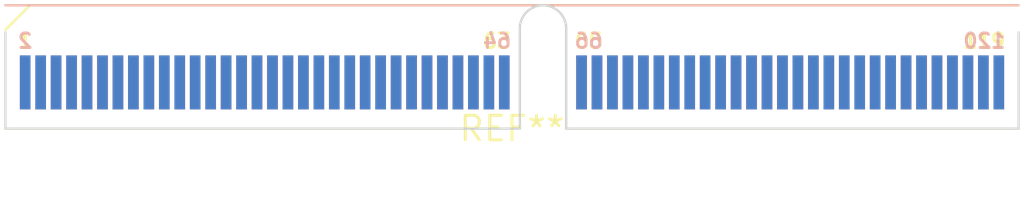
<source format=kicad_pcb>
(kicad_pcb (version 20240108) (generator pcbnew)
  (layers (0 "F.Cu" signal) (31 "B.Cu" signal) (34 "B.Paste" user) (35 "F.Paste" user) (36 "B.SilkS" user "B.Silkscreen") (37 "F.SilkS" user "F.Silkscreen") (38 "B.Mask" user) (39 "F.Mask" user) (44 "Edge.Cuts" user))
  (net 0 "")
  (footprint "Samtec_HSEC8-160-X-X-DV_2x60_P0.8mm_Edge" (layer "F.Cu") (at 0 0)
    (property "Reference" "REF**")
    (property "Value" "Samtec_HSEC8-160-X-X-DV_2x60_P0.8mm_Edge")
    (fp_line (start -26.225 -6.4) (end -26.225 -6.4) (layer "B.SilkS") (stroke (width 0.12)))
    (fp_line (start -26.225 -6.4) (end 26.225 -6.4) (layer "B.SilkS") (stroke (width 0.12)))
    (fp_line (start -26.225 -5.13) (end -24.955 -6.4) (layer "F.SilkS") (stroke (width 0.12)))
    (fp_line (start -24.955 -6.4) (end 26.225 -6.4) (layer "F.SilkS") (stroke (width 0.12)))
    (fp_line (start -26.225 -5) (end -26.225 0) (layer "Edge.Cuts") (stroke (width 0.12)))
    (fp_line (start -26.225 0) (end 0.405 0) (layer "Edge.Cuts") (stroke (width 0.12)))
    (fp_line (start 0.405 0) (end 0.405 -5.2) (layer "Edge.Cuts") (stroke (width 0.12)))
    (fp_line (start 2.805 -5.2) (end 2.805 0) (layer "Edge.Cuts") (stroke (width 0.12)))
    (fp_line (start 2.805 0) (end 26.225 0) (layer "Edge.Cuts") (stroke (width 0.12)))
    (fp_line (start 26.225 0) (end 26.225 -5) (layer "Edge.Cuts") (stroke (width 0.12)))
    (fp_arc (start 0.405 -5.2) (mid 1.605 -6.4) (end 2.805 -5.2) (layer "Edge.Cuts") (stroke (width 0.12)))
    (fp_text user "120" (at 24.45 -4.55 0) (layer "B.SilkS") (effects (font (size 0.75 0.75)) (justify mirror)))
    (fp_text user "2" (at -25.2 -4.55 0) (layer "B.SilkS") (effects (font (size 0.75 0.75)) (justify mirror)))
    (fp_text user "66" (at 3.975 -4.55 0) (layer "B.SilkS") (effects (font (size 0.75 0.75)) (justify mirror)))
    (fp_text user "64" (at -0.775 -4.55 0) (layer "B.SilkS") (effects (font (size 0.75 0.75)) (justify mirror)))
    (fp_text user "1" (at -25.2 -4.55 0) (layer "F.SilkS") (effects (font (size 0.75 0.75))))
    (fp_text user "119" (at 24.45 -4.55 0) (layer "F.SilkS") (effects (font (size 0.75 0.75))))
    (fp_text user "63" (at -0.775 -4.55 0) (layer "F.SilkS") (effects (font (size 0.75 0.75))))
    (fp_text user "65" (at 3.975 -4.55 0) (layer "F.SilkS") (effects (font (size 0.75 0.75))))
    (pad "1" connect rect (at -25.2 -2.4) (size 0.55 2.8) (layers "F.Cu" "F.Mask"))
    (pad "2" connect rect (at -25.2 -2.4) (size 0.55 2.8) (layers "B.Cu" "B.Mask"))
    (pad "3" connect rect (at -24.4 -2.4) (size 0.55 2.8) (layers "F.Cu" "F.Mask"))
    (pad "4" connect rect (at -24.4 -2.4) (size 0.55 2.8) (layers "B.Cu" "B.Mask"))
    (pad "5" connect rect (at -23.6 -2.4) (size 0.55 2.8) (layers "F.Cu" "F.Mask"))
    (pad "6" connect rect (at -23.6 -2.4) (size 0.55 2.8) (layers "B.Cu" "B.Mask"))
    (pad "7" connect rect (at -22.8 -2.4) (size 0.55 2.8) (layers "F.Cu" "F.Mask"))
    (pad "8" connect rect (at -22.8 -2.4) (size 0.55 2.8) (layers "B.Cu" "B.Mask"))
    (pad "9" connect rect (at -22 -2.4) (size 0.55 2.8) (layers "F.Cu" "F.Mask"))
    (pad "10" connect rect (at -22 -2.4) (size 0.55 2.8) (layers "B.Cu" "B.Mask"))
    (pad "11" connect rect (at -21.2 -2.4) (size 0.55 2.8) (layers "F.Cu" "F.Mask"))
    (pad "12" connect rect (at -21.2 -2.4) (size 0.55 2.8) (layers "B.Cu" "B.Mask"))
    (pad "13" connect rect (at -20.4 -2.4) (size 0.55 2.8) (layers "F.Cu" "F.Mask"))
    (pad "14" connect rect (at -20.4 -2.4) (size 0.55 2.8) (layers "B.Cu" "B.Mask"))
    (pad "15" connect rect (at -19.6 -2.4) (size 0.55 2.8) (layers "F.Cu" "F.Mask"))
    (pad "16" connect rect (at -19.6 -2.4) (size 0.55 2.8) (layers "B.Cu" "B.Mask"))
    (pad "17" connect rect (at -18.8 -2.4) (size 0.55 2.8) (layers "F.Cu" "F.Mask"))
    (pad "18" connect rect (at -18.8 -2.4) (size 0.55 2.8) (layers "B.Cu" "B.Mask"))
    (pad "19" connect rect (at -18 -2.4) (size 0.55 2.8) (layers "F.Cu" "F.Mask"))
    (pad "20" connect rect (at -18 -2.4) (size 0.55 2.8) (layers "B.Cu" "B.Mask"))
    (pad "21" connect rect (at -17.2 -2.4) (size 0.55 2.8) (layers "F.Cu" "F.Mask"))
    (pad "22" connect rect (at -17.2 -2.4) (size 0.55 2.8) (layers "B.Cu" "B.Mask"))
    (pad "23" connect rect (at -16.4 -2.4) (size 0.55 2.8) (layers "F.Cu" "F.Mask"))
    (pad "24" connect rect (at -16.4 -2.4) (size 0.55 2.8) (layers "B.Cu" "B.Mask"))
    (pad "25" connect rect (at -15.6 -2.4) (size 0.55 2.8) (layers "F.Cu" "F.Mask"))
    (pad "26" connect rect (at -15.6 -2.4) (size 0.55 2.8) (layers "B.Cu" "B.Mask"))
    (pad "27" connect rect (at -14.8 -2.4) (size 0.55 2.8) (layers "F.Cu" "F.Mask"))
    (pad "28" connect rect (at -14.8 -2.4) (size 0.55 2.8) (layers "B.Cu" "B.Mask"))
    (pad "29" connect rect (at -14 -2.4) (size 0.55 2.8) (layers "F.Cu" "F.Mask"))
    (pad "30" connect rect (at -14 -2.4) (size 0.55 2.8) (layers "B.Cu" "B.Mask"))
    (pad "31" connect rect (at -13.2 -2.4) (size 0.55 2.8) (layers "F.Cu" "F.Mask"))
    (pad "32" connect rect (at -13.2 -2.4) (size 0.55 2.8) (layers "B.Cu" "B.Mask"))
    (pad "33" connect rect (at -12.4 -2.4) (size 0.55 2.8) (layers "F.Cu" "F.Mask"))
    (pad "34" connect rect (at -12.4 -2.4) (size 0.55 2.8) (layers "B.Cu" "B.Mask"))
    (pad "35" connect rect (at -11.6 -2.4) (size 0.55 2.8) (layers "F.Cu" "F.Mask"))
    (pad "36" connect rect (at -11.6 -2.4) (size 0.55 2.8) (layers "B.Cu" "B.Mask"))
    (pad "37" connect rect (at -10.8 -2.4) (size 0.55 2.8) (layers "F.Cu" "F.Mask"))
    (pad "38" connect rect (at -10.8 -2.4) (size 0.55 2.8) (layers "B.Cu" "B.Mask"))
    (pad "39" connect rect (at -10 -2.4) (size 0.55 2.8) (layers "F.Cu" "F.Mask"))
    (pad "40" connect rect (at -10 -2.4) (size 0.55 2.8) (layers "B.Cu" "B.Mask"))
    (pad "41" connect rect (at -9.2 -2.4) (size 0.55 2.8) (layers "F.Cu" "F.Mask"))
    (pad "42" connect rect (at -9.2 -2.4) (size 0.55 2.8) (layers "B.Cu" "B.Mask"))
    (pad "43" connect rect (at -8.4 -2.4) (size 0.55 2.8) (layers "F.Cu" "F.Mask"))
    (pad "44" connect rect (at -8.4 -2.4) (size 0.55 2.8) (layers "B.Cu" "B.Mask"))
    (pad "45" connect rect (at -7.6 -2.4) (size 0.55 2.8) (layers "F.Cu" "F.Mask"))
    (pad "46" connect rect (at -7.6 -2.4) (size 0.55 2.8) (layers "B.Cu" "B.Mask"))
    (pad "47" connect rect (at -6.8 -2.4) (size 0.55 2.8) (layers "F.Cu" "F.Mask"))
    (pad "48" connect rect (at -6.8 -2.4) (size 0.55 2.8) (layers "B.Cu" "B.Mask"))
    (pad "49" connect rect (at -6 -2.4) (size 0.55 2.8) (layers "F.Cu" "F.Mask"))
    (pad "50" connect rect (at -6 -2.4) (size 0.55 2.8) (layers "B.Cu" "B.Mask"))
    (pad "51" connect rect (at -5.2 -2.4) (size 0.55 2.8) (layers "F.Cu" "F.Mask"))
    (pad "52" connect rect (at -5.2 -2.4) (size 0.55 2.8) (layers "B.Cu" "B.Mask"))
    (pad "53" connect rect (at -4.4 -2.4) (size 0.55 2.8) (layers "F.Cu" "F.Mask"))
    (pad "54" connect rect (at -4.4 -2.4) (size 0.55 2.8) (layers "B.Cu" "B.Mask"))
    (pad "55" connect rect (at -3.6 -2.4) (size 0.55 2.8) (layers "F.Cu" "F.Mask"))
    (pad "56" connect rect (at -3.6 -2.4) (size 0.55 2.8) (layers "B.Cu" "B.Mask"))
    (pad "57" connect rect (at -2.8 -2.4) (size 0.55 2.8) (layers "F.Cu" "F.Mask"))
    (pad "58" connect rect (at -2.8 -2.4) (size 0.55 2.8) (layers "B.Cu" "B.Mask"))
    (pad "59" connect rect (at -2 -2.4) (size 0.55 2.8) (layers "F.Cu" "F.Mask"))
    (pad "60" connect rect (at -2 -2.4) (size 0.55 2.8) (layers "B.Cu" "B.Mask"))
    (pad "61" connect rect (at -1.2 -2.4) (size 0.55 2.8) (layers "F.Cu" "F.Mask"))
    (pad "62" connect rect (at -1.2 -2.4) (size 0.55 2.8) (layers "B.Cu" "B.Mask"))
    (pad "63" connect rect (at -0.4 -2.4) (size 0.55 2.8) (layers "F.Cu" "F.Mask"))
    (pad "64" connect rect (at -0.4 -2.4) (size 0.55 2.8) (layers "B.Cu" "B.Mask"))
    (pad "65" connect rect (at 3.6 -2.4) (size 0.55 2.8) (layers "F.Cu" "F.Mask"))
    (pad "66" connect rect (at 3.6 -2.4) (size 0.55 2.8) (layers "B.Cu" "B.Mask"))
    (pad "67" connect rect (at 4.4 -2.4) (size 0.55 2.8) (layers "F.Cu" "F.Mask"))
    (pad "68" connect rect (at 4.4 -2.4) (size 0.55 2.8) (layers "B.Cu" "B.Mask"))
    (pad "69" connect rect (at 5.2 -2.4) (size 0.55 2.8) (layers "F.Cu" "F.Mask"))
    (pad "70" connect rect (at 5.2 -2.4) (size 0.55 2.8) (layers "B.Cu" "B.Mask"))
    (pad "71" connect rect (at 6 -2.4) (size 0.55 2.8) (layers "F.Cu" "F.Mask"))
    (pad "72" connect rect (at 6 -2.4) (size 0.55 2.8) (layers "B.Cu" "B.Mask"))
    (pad "73" connect rect (at 6.8 -2.4) (size 0.55 2.8) (layers "F.Cu" "F.Mask"))
    (pad "74" connect rect (at 6.8 -2.4) (size 0.55 2.8) (layers "B.Cu" "B.Mask"))
    (pad "75" connect rect (at 7.6 -2.4) (size 0.55 2.8) (layers "F.Cu" "F.Mask"))
    (pad "76" connect rect (at 7.6 -2.4) (size 0.55 2.8) (layers "B.Cu" "B.Mask"))
    (pad "77" connect rect (at 8.4 -2.4) (size 0.55 2.8) (layers "F.Cu" "F.Mask"))
    (pad "78" connect rect (at 8.4 -2.4) (size 0.55 2.8) (layers "B.Cu" "B.Mask"))
    (pad "79" connect rect (at 9.2 -2.4) (size 0.55 2.8) (layers "F.Cu" "F.Mask"))
    (pad "80" connect rect (at 9.2 -2.4) (size 0.55 2.8) (layers "B.Cu" "B.Mask"))
    (pad "81" connect rect (at 10 -2.4) (size 0.55 2.8) (layers "F.Cu" "F.Mask"))
    (pad "82" connect rect (at 10 -2.4) (size 0.55 2.8) (layers "B.Cu" "B.Mask"))
    (pad "83" connect rect (at 10.8 -2.4) (size 0.55 2.8) (layers "F.Cu" "F.Mask"))
    (pad "84" connect rect (at 10.8 -2.4) (size 0.55 2.8) (layers "B.Cu" "B.Mask"))
    (pad "85" connect rect (at 11.6 -2.4) (size 0.55 2.8) (layers "F.Cu" "F.Mask"))
    (pad "86" connect rect (at 11.6 -2.4) (size 0.55 2.8) (layers "B.Cu" "B.Mask"))
    (pad "87" connect rect (at 12.4 -2.4) (size 0.55 2.8) (layers "F.Cu" "F.Mask"))
    (pad "88" connect rect (at 12.4 -2.4) (size 0.55 2.8) (layers "B.Cu" "B.Mask"))
    (pad "89" connect rect (at 13.2 -2.4) (size 0.55 2.8) (layers "F.Cu" "F.Mask"))
    (pad "90" connect rect (at 13.2 -2.4) (size 0.55 2.8) (layers "B.Cu" "B.Mask"))
    (pad "91" connect rect (at 14 -2.4) (size 0.55 2.8) (layers "F.Cu" "F.Mask"))
    (pad "92" connect rect (at 14 -2.4) (size 0.55 2.8) (layers "B.Cu" "B.Mask"))
    (pad "93" connect rect (at 14.8 -2.4) (size 0.55 2.8) (layers "F.Cu" "F.Mask"))
    (pad "94" connect rect (at 14.8 -2.4) (size 0.55 2.8) (layers "B.Cu" "B.Mask"))
    (pad "95" connect rect (at 15.6 -2.4) (size 0.55 2.8) (layers "F.Cu" "F.Mask"))
    (pad "96" connect rect (at 15.6 -2.4) (size 0.55 2.8) (layers "B.Cu" "B.Mask"))
    (pad "97" connect rect (at 16.4 -2.4) (size 0.55 2.8) (layers "F.Cu" "F.Mask"))
    (pad "98" connect rect (at 16.4 -2.4) (size 0.55 2.8) (layers "B.Cu" "B.Mask"))
    (pad "99" connect rect (at 17.2 -2.4) (size 0.55 2.8) (layers "F.Cu" "F.Mask"))
    (pad "100" connect rect (at 17.2 -2.4) (size 0.55 2.8) (layers "B.Cu" "B.Mask"))
    (pad "101" connect rect (at 18 -2.4) (size 0.55 2.8) (layers "F.Cu" "F.Mask"))
    (pad "102" connect rect (at 18 -2.4) (size 0.55 2.8) (layers "B.Cu" "B.Mask"))
    (pad "103" connect rect (at 18.8 -2.4) (size 0.55 2.8) (layers "F.Cu" "F.Mask"))
    (pad "104" connect rect (at 18.8 -2.4) (size 0.55 2.8) (layers "B.Cu" "B.Mask"))
    (pad "105" connect rect (at 19.6 -2.4) (size 0.55 2.8) (layers "F.Cu" "F.Mask"))
    (pad "106" connect rect (at 19.6 -2.4) (size 0.55 2.8) (layers "B.Cu" "B.Mask"))
    (pad "107" connect rect (at 20.4 -2.4) (size 0.55 2.8) (layers "F.Cu" "F.Mask"))
    (pad "108" connect rect (at 20.4 -2.4) (size 0.55 2.8) (layers "B.Cu" "B.Mask"))
    (pad "109" connect rect (at 21.2 -2.4) (size 0.55 2.8) (layers "F.Cu" "F.Mask"))
    (pad "110" connect rect (at 21.2 -2.4) (size 0.55 2.8) (layers "B.Cu" "B.Mask"))
    (pad "111" connect rect (at 22 -2.4) (size 0.55 2.8) (layers "F.Cu" "F.Mask"))
    (pad "112" connect rect (at 22 -2.4) (size 0.55 2.8) (layers "B.Cu" "B.Mask"))
    (pad "113" connect rect (at 22.8 -2.4) (size 0.55 2.8) (layers "F.Cu" "F.Mask"))
    (pad "114" connect rect (at 22.8 -2.4) (size 0.55 2.8) (layers "B.Cu" "B.Mask"))
    (pad "115" connect rect (at 23.6 -2.4) (size 0.55 2.8) (layers "F.Cu" "F.Mask"))
    (pad "116" connect rect (at 23.6 -2.4) (size 0.55 2.8) (layers "B.Cu" "B.Mask"))
    (pad "117" connect rect (at 24.4 -2.4) (size 0.55 2.8) (layers "F.Cu" "F.Mask"))
    (pad "118" connect rect (at 24.4 -2.4) (size 0.55 2.8) (layers "B.Cu" "B.Mask"))
    (pad "119" connect rect (at 25.2 -2.4) (size 0.55 2.8) (layers "F.Cu" "F.Mask"))
    (pad "120" connect rect (at 25.2 -2.4) (size 0.55 2.8) (layers "B.Cu" "B.Mask"))
  )
)
</source>
